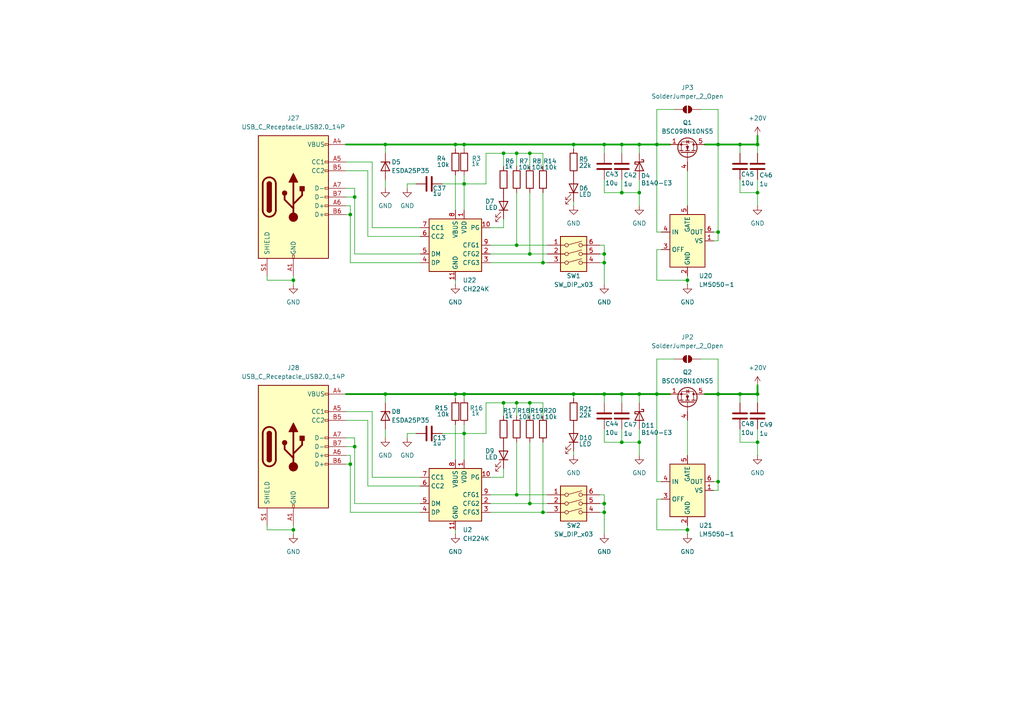
<source format=kicad_sch>
(kicad_sch (version 20250114) (generator "eeschema") (generator_version "9.0")
  (paper "A4")
  (lib_symbols
    (symbol "Connector:USB_C_Receptacle_USB2.0_14P" (pin_names (offset 1.016))
      (property "Reference" "J" (at 0 22.225 0))
      (property "Value" "USB_C_Receptacle_USB2.0_14P" (at 0 19.685 0))
      (symbol "USB_C_Receptacle_USB2.0_14P_0_0"
        (rectangle (start -0.254 -17.78) (end 0.254 -16.764))
        (rectangle (start 10.16 15.494) (end 9.144 14.986))
        (rectangle (start 10.16 10.414) (end 9.144 9.906))
        (rectangle (start 10.16 7.874) (end 9.144 7.366))
        (rectangle (start 10.16 2.794) (end 9.144 2.286))
        (rectangle (start 10.16 0.254) (end 9.144 -0.254))
        (rectangle (start 10.16 -2.286) (end 9.144 -2.794))
        (rectangle (start 10.16 -4.826) (end 9.144 -5.334))
      )
      (symbol "USB_C_Receptacle_USB2.0_14P_0_1"
        (rectangle (start -10.16 17.78) (end 10.16 -17.78) (stroke (width 0.254)) (fill (type background)))
        (polyline (pts (xy -8.89 -3.81) (xy -8.89 3.81)) (stroke (width 0.508)))
        (rectangle (start -7.62 -3.81) (end -6.35 3.81) (stroke (width 0.254)) (fill (type outline)))
        (arc (start -7.62 3.81) (mid -6.985 4.4423) (end -6.35 3.81) (stroke (width 0.254)))
        (arc (start -7.62 3.81) (mid -6.985 4.4423) (end -6.35 3.81) (stroke (width 0.254)) (fill (type outline)))
        (arc (start -8.89 3.81) (mid -6.985 5.7067) (end -5.08 3.81) (stroke (width 0.508)))
        (arc (start -5.08 -3.81) (mid -6.985 -5.7067) (end -8.89 -3.81) (stroke (width 0.508)))
        (arc (start -6.35 -3.81) (mid -6.985 -4.4423) (end -7.62 -3.81) (stroke (width 0.254)))
        (arc (start -6.35 -3.81) (mid -6.985 -4.4423) (end -7.62 -3.81) (stroke (width 0.254)) (fill (type outline)))
        (polyline (pts (xy -5.08 3.81) (xy -5.08 -3.81)) (stroke (width 0.508)))
        (circle (center -2.54 1.143) (radius 0.635) (stroke (width 0.254)) (fill (type outline)))
        (polyline (pts (xy -1.27 4.318) (xy 0 6.858) (xy 1.27 4.318) (xy -1.27 4.318)) (stroke (width 0.254)) (fill (type outline)))
        (polyline (pts (xy 0 -2.032) (xy 2.54 0.508) (xy 2.54 1.778)) (stroke (width 0.508)))
        (polyline (pts (xy 0 -3.302) (xy -2.54 -0.762) (xy -2.54 0.508)) (stroke (width 0.508)))
        (polyline (pts (xy 0 -5.842) (xy 0 4.318)) (stroke (width 0.508)))
        (circle (center 0 -5.842) (radius 1.27) (fill (type outline)))
        (rectangle (start 1.905 1.778) (end 3.175 3.048) (stroke (width 0.254)) (fill (type outline)))
      )
      (symbol "USB_C_Receptacle_USB2.0_14P_1_1"
        (pin passive line (at -7.62 -22.86 90) (length 5.08) (name "SHIELD") (number "S1"))
        (pin passive line (at 0 -22.86 90) (length 5.08) (name "GND") (number "A1"))
        (pin passive line (at 0 -22.86 90) (length 5.08) (hide yes) (name "GND") (number "A12"))
        (pin passive line (at 0 -22.86 90) (length 5.08) (hide yes) (name "GND") (number "B1"))
        (pin passive line (at 0 -22.86 90) (length 5.08) (hide yes) (name "GND") (number "B12"))
        (pin passive line (at 15.24 15.24 180) (length 5.08) (name "VBUS") (number "A4"))
        (pin passive line (at 15.24 15.24 180) (length 5.08) (hide yes) (name "VBUS") (number "A9"))
        (pin passive line (at 15.24 15.24 180) (length 5.08) (hide yes) (name "VBUS") (number "B4"))
        (pin passive line (at 15.24 15.24 180) (length 5.08) (hide yes) (name "VBUS") (number "B9"))
        (pin bidirectional line (at 15.24 10.16 180) (length 5.08) (name "CC1") (number "A5"))
        (pin bidirectional line (at 15.24 7.62 180) (length 5.08) (name "CC2") (number "B5"))
        (pin bidirectional line (at 15.24 2.54 180) (length 5.08) (name "D-") (number "A7"))
        (pin bidirectional line (at 15.24 0 180) (length 5.08) (name "D-") (number "B7"))
        (pin bidirectional line (at 15.24 -2.54 180) (length 5.08) (name "D+") (number "A6"))
        (pin bidirectional line (at 15.24 -5.08 180) (length 5.08) (name "D+") (number "B6"))
      )
    )
    (symbol "Device:C" (pin_numbers (hide yes)) (pin_names (offset 0.254))
      (property "Reference" "C" (at 0.635 2.54 0))
      (property "Value" "C" (at 0.635 -2.54 0))
      (symbol "C_0_1"
        (polyline (pts (xy -2.032 0.762) (xy 2.032 0.762)) (stroke (width 0.508)))
        (polyline (pts (xy -2.032 -0.762) (xy 2.032 -0.762)) (stroke (width 0.508)))
      )
      (symbol "C_1_1"
        (pin passive line (at 0 3.81 270) (length 2.794) (name "~") (number "1"))
        (pin passive line (at 0 -3.81 90) (length 2.794) (name "~") (number "2"))
      )
    )
    (symbol "Device:D_Zener" (pin_numbers (hide yes)) (pin_names (offset 1.016) (hide yes))
      (property "Reference" "D" (at 0 2.54 0))
      (property "Value" "D_Zener" (at 0 -2.54 0))
      (symbol "D_Zener_0_1"
        (polyline (pts (xy -1.27 -1.27) (xy -1.27 1.27) (xy -0.762 1.27)) (stroke (width 0.254)))
        (polyline (pts (xy 1.27 0) (xy -1.27 0)))
        (polyline (pts (xy 1.27 -1.27) (xy 1.27 1.27) (xy -1.27 0) (xy 1.27 -1.27)) (stroke (width 0.254)))
      )
      (symbol "D_Zener_1_1"
        (pin passive line (at -3.81 0 0) (length 2.54) (name "K") (number "1"))
        (pin passive line (at 3.81 0 180) (length 2.54) (name "A") (number "2"))
      )
    )
    (symbol "Device:LED" (pin_numbers (hide yes)) (pin_names (offset 1.016) (hide yes))
      (property "Reference" "D" (at 0 2.54 0))
      (property "Value" "LED" (at 0 -2.54 0))
      (symbol "LED_0_1"
        (polyline (pts (xy -3.048 -0.762) (xy -4.572 -2.286) (xy -3.81 -2.286) (xy -4.572 -2.286) (xy -4.572 -1.524)))
        (polyline (pts (xy -1.778 -0.762) (xy -3.302 -2.286) (xy -2.54 -2.286) (xy -3.302 -2.286) (xy -3.302 -1.524)))
        (polyline (pts (xy -1.27 0) (xy 1.27 0)))
        (polyline (pts (xy -1.27 -1.27) (xy -1.27 1.27)) (stroke (width 0.254)))
        (polyline (pts (xy 1.27 -1.27) (xy 1.27 1.27) (xy -1.27 0) (xy 1.27 -1.27)) (stroke (width 0.254)))
      )
      (symbol "LED_1_1"
        (pin passive line (at -3.81 0 0) (length 2.54) (name "K") (number "1"))
        (pin passive line (at 3.81 0 180) (length 2.54) (name "A") (number "2"))
      )
    )
    (symbol "Device:R" (pin_numbers (hide yes)) (pin_names (offset 0))
      (property "Reference" "R" (at 2.032 0 90))
      (property "Value" "R" (at 0 0 90))
      (symbol "R_0_1"
        (rectangle (start -1.016 -2.54) (end 1.016 2.54) (stroke (width 0.254)))
      )
      (symbol "R_1_1"
        (pin passive line (at 0 3.81 270) (length 1.27) (name "~") (number "1"))
        (pin passive line (at 0 -3.81 90) (length 1.27) (name "~") (number "2"))
      )
    )
    (symbol "Diode:B140-E3" (pin_numbers (hide yes)) (pin_names (hide yes))
      (property "Reference" "D" (at 0 2.54 0))
      (property "Value" "B140-E3" (at 0 -2.54 0))
      (symbol "B140-E3_0_1"
        (polyline (pts (xy -1.905 0.635) (xy -1.905 1.27) (xy -1.27 1.27) (xy -1.27 -1.27) (xy -0.635 -1.27) (xy -0.635 -0.635)) (stroke (width 0.254)))
        (polyline (pts (xy 1.27 1.27) (xy 1.27 -1.27) (xy -1.27 0) (xy 1.27 1.27)) (stroke (width 0.254)))
        (polyline (pts (xy 1.27 0) (xy -1.27 0)))
      )
      (symbol "B140-E3_1_1"
        (pin passive line (at -3.81 0 0) (length 2.54) (name "K") (number "1"))
        (pin passive line (at 3.81 0 180) (length 2.54) (name "A") (number "2"))
      )
    )
    (symbol "Interface_USB:CH224K"
      (property "Reference" "U" (at -7.874 -8.89 0))
      (property "Value" "CH224K" (at 3.048 -8.89 0))
      (symbol "CH224K_1_1"
        (rectangle (start -7.62 7.62) (end 7.62 -7.62) (stroke (width 0.254)) (fill (type background)))
        (pin bidirectional line (at -10.16 5.08 0) (length 2.54) (name "CC1") (number "7"))
        (pin bidirectional line (at -10.16 2.54 0) (length 2.54) (name "CC2") (number "6"))
        (pin bidirectional line (at -10.16 -2.54 0) (length 2.54) (name "DM") (number "5"))
        (pin bidirectional line (at -10.16 -5.08 0) (length 2.54) (name "DP") (number "4"))
        (pin passive line (at 0 10.16 270) (length 2.54) (name "VBUS") (number "8"))
        (pin power_in line (at 0 -10.16 90) (length 2.54) (name "GND") (number "11"))
        (pin power_in line (at 2.54 10.16 270) (length 2.54) (name "VDD") (number "1"))
        (pin open_collector line (at 10.16 5.08 180) (length 2.54) (name "PG") (number "10"))
        (pin passive line (at 10.16 0 180) (length 2.54) (name "CFG1") (number "9"))
        (pin passive line (at 10.16 -2.54 180) (length 2.54) (name "CFG2") (number "2"))
        (pin passive line (at 10.16 -5.08 180) (length 2.54) (name "CFG3") (number "3"))
      )
    )
    (symbol "Jumper:SolderJumper_2_Open" (pin_numbers (hide yes)) (pin_names (offset 0) (hide yes)) (in_bom no)
      (property "Reference" "JP" (at 0 2.032 0))
      (property "Value" "SolderJumper_2_Open" (at 0 -2.54 0))
      (symbol "SolderJumper_2_Open_0_1"
        (polyline (pts (xy -0.254 1.016) (xy -0.254 -1.016)))
        (arc (start -0.254 -1.016) (mid -1.2656 0) (end -0.254 1.016))
        (arc (start -0.254 -1.016) (mid -1.2656 0) (end -0.254 1.016) (fill (type outline)))
        (arc (start 0.254 1.016) (mid 1.2656 0) (end 0.254 -1.016))
        (arc (start 0.254 1.016) (mid 1.2656 0) (end 0.254 -1.016) (fill (type outline)))
        (polyline (pts (xy 0.254 1.016) (xy 0.254 -1.016)))
      )
      (symbol "SolderJumper_2_Open_1_1"
        (pin passive line (at -3.81 0 0) (length 2.54) (name "A") (number "1"))
        (pin passive line (at 3.81 0 180) (length 2.54) (name "B") (number "2"))
      )
    )
    (symbol "Power_Management:LM5050-1"
      (property "Reference" "U" (at -5.08 8.89 0))
      (property "Value" "LM5050-1" (at 1.27 8.89 0))
      (symbol "LM5050-1_0_1"
        (rectangle (start -5.08 7.62) (end 5.08 -7.62) (stroke (width 0.254)) (fill (type background)))
      )
      (symbol "LM5050-1_1_1"
        (pin input line (at -7.62 2.54 0) (length 2.54) (name "IN") (number "4"))
        (pin input line (at -7.62 -2.54 0) (length 2.54) (name "OFF") (number "3"))
        (pin output line (at 0 10.16 270) (length 2.54) (name "GATE") (number "5"))
        (pin power_in line (at 0 -10.16 90) (length 2.54) (name "GND") (number "2"))
        (pin input line (at 7.62 2.54 180) (length 2.54) (name "OUT") (number "6"))
        (pin passive line (at 7.62 0 180) (length 2.54) (name "VS") (number "1"))
      )
    )
    (symbol "Switch:SW_DIP_x03" (pin_names (offset 0) (hide yes))
      (property "Reference" "SW" (at 0 6.35 0))
      (property "Value" "SW_DIP_x03" (at 0 -6.35 0))
      (symbol "SW_DIP_x03_0_0"
        (circle (center -2.032 2.54) (radius 0.508))
        (circle (center -2.032 0) (radius 0.508))
        (circle (center -2.032 -2.54) (radius 0.508))
        (polyline (pts (xy -1.524 2.667) (xy 2.3622 3.7084)))
        (polyline (pts (xy -1.524 0.127) (xy 2.3622 1.1684)))
        (polyline (pts (xy -1.524 -2.413) (xy 2.3622 -1.3716)))
        (circle (center 2.032 2.54) (radius 0.508))
        (circle (center 2.032 0) (radius 0.508))
        (circle (center 2.032 -2.54) (radius 0.508))
      )
      (symbol "SW_DIP_x03_0_1"
        (rectangle (start -3.81 5.08) (end 3.81 -5.08) (stroke (width 0.254)) (fill (type background)))
      )
      (symbol "SW_DIP_x03_1_1"
        (pin passive line (at -7.62 2.54 0) (length 5.08) (name "~") (number "1"))
        (pin passive line (at -7.62 0 0) (length 5.08) (name "~") (number "2"))
        (pin passive line (at -7.62 -2.54 0) (length 5.08) (name "~") (number "3"))
        (pin passive line (at 7.62 2.54 180) (length 5.08) (name "~") (number "6"))
        (pin passive line (at 7.62 0 180) (length 5.08) (name "~") (number "5"))
        (pin passive line (at 7.62 -2.54 180) (length 5.08) (name "~") (number "4"))
      )
    )
    (symbol "Transistor_FET:BSC098N10NS5" (pin_names (hide yes))
      (property "Reference" "Q" (at 5.08 1.905 0))
      (property "Value" "BSC098N10NS5" (at 5.08 0 0))
      (symbol "BSC098N10NS5_0_1"
        (polyline (pts (xy 0.254 1.905) (xy 0.254 -1.905)) (stroke (width 0.254)))
        (polyline (pts (xy 0.254 0) (xy -2.54 0)))
        (polyline (pts (xy 0.762 2.286) (xy 0.762 1.27)) (stroke (width 0.254)))
        (polyline (pts (xy 0.762 0.508) (xy 0.762 -0.508)) (stroke (width 0.254)))
        (polyline (pts (xy 0.762 -1.27) (xy 0.762 -2.286)) (stroke (width 0.254)))
        (polyline (pts (xy 0.762 -1.778) (xy 3.302 -1.778) (xy 3.302 1.778) (xy 0.762 1.778)))
        (polyline (pts (xy 1.016 0) (xy 2.032 0.381) (xy 2.032 -0.381) (xy 1.016 0)) (fill (type outline)))
        (circle (center 1.651 0) (radius 2.794) (stroke (width 0.254)))
        (polyline (pts (xy 2.54 2.54) (xy 2.54 1.778)))
        (circle (center 2.54 1.778) (radius 0.254) (fill (type outline)))
        (circle (center 2.54 -1.778) (radius 0.254) (fill (type outline)))
        (polyline (pts (xy 2.54 -2.54) (xy 2.54 0) (xy 0.762 0)))
        (polyline (pts (xy 2.794 0.508) (xy 2.921 0.381) (xy 3.683 0.381) (xy 3.81 0.254)))
        (polyline (pts (xy 3.302 0.381) (xy 2.921 -0.254) (xy 3.683 -0.254) (xy 3.302 0.381)))
      )
      (symbol "BSC098N10NS5_1_1"
        (pin passive line (at -5.08 0 0) (length 2.54) (name "G") (number "4"))
        (pin passive line (at 2.54 5.08 270) (length 2.54) (name "D") (number "5"))
        (pin passive line (at 2.54 -5.08 90) (length 2.54) (name "S") (number "1"))
        (pin passive line (at 2.54 -5.08 90) (length 2.54) (hide yes) (name "S") (number "2"))
        (pin passive line (at 2.54 -5.08 90) (length 2.54) (hide yes) (name "S") (number "3"))
      )
    )
    (symbol "power:+5V" (power) (pin_numbers (hide yes)) (pin_names (offset 0) (hide yes))
      (property "Value" "+5V" (at 0 3.556 0))
      (symbol "+5V_0_1"
        (polyline (pts (xy -0.762 1.27) (xy 0 2.54)))
        (polyline (pts (xy 0 2.54) (xy 0.762 1.27)))
        (polyline (pts (xy 0 0) (xy 0 2.54)))
      )
      (symbol "+5V_1_1"
        (pin power_in line (at 0 0 90) (length 0) (name "~") (number "1"))
      )
    )
    (symbol "power:GND" (power) (pin_numbers (hide yes)) (pin_names (offset 0) (hide yes))
      (property "Value" "GND" (at 0 -3.81 0))
      (symbol "GND_0_1"
        (polyline (pts (xy 0 0) (xy 0 -1.27) (xy 1.27 -1.27) (xy 0 -2.54) (xy -1.27 -1.27) (xy 0 -1.27)))
      )
      (symbol "GND_1_1"
        (pin power_in line (at 0 0 270) (length 0) (name "~") (number "1"))
      )
    )
  )
  (junction (at 166.37 41.91))
  (junction (at 153.67 116.84))
  (junction (at 208.28 41.91))
  (junction (at 149.86 44.45))
  (junction (at 180.34 55.88))
  (junction (at 180.34 114.3))
  (junction (at 180.34 41.91))
  (junction (at 199.39 153.67))
  (junction (at 132.08 41.91))
  (junction (at 85.09 153.67))
  (junction (at 175.26 73.66))
  (junction (at 149.86 116.84))
  (junction (at 190.5 114.3))
  (junction (at 185.42 41.91))
  (junction (at 199.39 81.28))
  (junction (at 134.62 114.3))
  (junction (at 102.87 57.15))
  (junction (at 153.67 146.05))
  (junction (at 149.86 143.51))
  (junction (at 175.26 76.2))
  (junction (at 134.62 125.73))
  (junction (at 166.37 114.3))
  (junction (at 149.86 71.12))
  (junction (at 146.05 44.45))
  (junction (at 153.67 73.66))
  (junction (at 208.28 114.3))
  (junction (at 111.76 114.3))
  (junction (at 219.71 55.88))
  (junction (at 185.42 55.88))
  (junction (at 185.42 114.3))
  (junction (at 134.62 41.91))
  (junction (at 208.28 67.31))
  (junction (at 219.71 41.91))
  (junction (at 85.09 81.28))
  (junction (at 208.28 139.7))
  (junction (at 157.48 148.59))
  (junction (at 102.87 129.54))
  (junction (at 185.42 128.27))
  (junction (at 219.71 128.27))
  (junction (at 134.62 53.34))
  (junction (at 175.26 146.05))
  (junction (at 153.67 44.45))
  (junction (at 190.5 41.91))
  (junction (at 101.6 134.62))
  (junction (at 157.48 76.2))
  (junction (at 180.34 128.27))
  (junction (at 219.71 114.3))
  (junction (at 146.05 116.84))
  (junction (at 111.76 41.91))
  (junction (at 175.26 114.3))
  (junction (at 175.26 41.91))
  (junction (at 214.63 114.3))
  (junction (at 214.63 41.91))
  (junction (at 132.08 114.3))
  (junction (at 175.26 148.59))
  (junction (at 101.6 62.23))
  (wire (pts (xy 149.86 128.27) (xy 149.86 143.51)))
  (wire (pts (xy 111.76 114.3) (xy 132.08 114.3)) (stroke (width 0.508)))
  (wire (pts (xy 100.33 59.69) (xy 101.6 59.69)))
  (wire (pts (xy 102.87 57.15) (xy 102.87 73.66)))
  (wire (pts (xy 132.08 114.3) (xy 134.62 114.3)) (stroke (width 0.508)))
  (wire (pts (xy 166.37 41.91) (xy 175.26 41.91)))
  (wire (pts (xy 153.67 73.66) (xy 158.75 73.66)))
  (wire (pts (xy 214.63 114.3) (xy 214.63 116.84)))
  (wire (pts (xy 190.5 67.31) (xy 191.77 67.31)))
  (wire (pts (xy 106.68 121.92) (xy 100.33 121.92)))
  (wire (pts (xy 107.95 46.99) (xy 100.33 46.99)))
  (wire (pts (xy 219.71 128.27) (xy 219.71 132.08)))
  (wire (pts (xy 180.34 114.3) (xy 185.42 114.3)) (stroke (width 0.508)))
  (wire (pts (xy 111.76 52.07) (xy 111.76 54.61)))
  (wire (pts (xy 190.5 41.91) (xy 194.31 41.91)) (stroke (width 0.508)))
  (wire (pts (xy 173.99 73.66) (xy 175.26 73.66)))
  (wire (pts (xy 102.87 127) (xy 102.87 129.54)))
  (wire (pts (xy 102.87 54.61) (xy 102.87 57.15)))
  (wire (pts (xy 121.92 76.2) (xy 101.6 76.2)))
  (wire (pts (xy 166.37 58.42) (xy 166.37 59.69)))
  (wire (pts (xy 190.5 72.39) (xy 190.5 81.28)))
  (wire (pts (xy 175.26 114.3) (xy 180.34 114.3)) (stroke (width 0.508)))
  (wire (pts (xy 77.47 152.4) (xy 77.47 153.67)))
  (wire (pts (xy 166.37 41.91) (xy 166.37 43.18)))
  (wire (pts (xy 175.26 76.2) (xy 175.26 82.55)))
  (wire (pts (xy 107.95 119.38) (xy 100.33 119.38)))
  (wire (pts (xy 102.87 146.05) (xy 121.92 146.05)))
  (wire (pts (xy 132.08 41.91) (xy 134.62 41.91)) (stroke (width 0.508)))
  (wire (pts (xy 180.34 128.27) (xy 185.42 128.27)))
  (wire (pts (xy 173.99 143.51) (xy 175.26 143.51)))
  (wire (pts (xy 132.08 81.28) (xy 132.08 82.55)))
  (wire (pts (xy 140.97 53.34) (xy 134.62 53.34)))
  (wire (pts (xy 106.68 68.58) (xy 106.68 49.53)))
  (wire (pts (xy 134.62 125.73) (xy 134.62 133.35)))
  (wire (pts (xy 173.99 76.2) (xy 175.26 76.2)))
  (wire (pts (xy 77.47 153.67) (xy 85.09 153.67)))
  (wire (pts (xy 208.28 41.91) (xy 208.28 67.31)))
  (wire (pts (xy 219.71 41.91) (xy 214.63 41.91)) (stroke (width 0.508)))
  (wire (pts (xy 134.62 41.91) (xy 134.62 43.18)))
  (wire (pts (xy 185.42 41.91) (xy 190.5 41.91)) (stroke (width 0.508)))
  (wire (pts (xy 128.27 53.34) (xy 134.62 53.34)))
  (wire (pts (xy 166.37 114.3) (xy 175.26 114.3)))
  (wire (pts (xy 140.97 44.45) (xy 146.05 44.45)))
  (wire (pts (xy 190.5 81.28) (xy 199.39 81.28)))
  (wire (pts (xy 101.6 148.59) (xy 101.6 134.62)))
  (wire (pts (xy 175.26 114.3) (xy 175.26 116.84)))
  (wire (pts (xy 101.6 132.08) (xy 101.6 134.62)))
  (wire (pts (xy 157.48 128.27) (xy 157.48 148.59)))
  (wire (pts (xy 85.09 153.67) (xy 85.09 152.4)))
  (wire (pts (xy 100.33 127) (xy 102.87 127)))
  (wire (pts (xy 208.28 142.24) (xy 208.28 139.7)))
  (wire (pts (xy 180.34 114.3) (xy 180.34 116.84)))
  (wire (pts (xy 207.01 69.85) (xy 208.28 69.85)))
  (wire (pts (xy 146.05 138.43) (xy 142.24 138.43)))
  (wire (pts (xy 106.68 49.53) (xy 100.33 49.53)))
  (wire (pts (xy 132.08 114.3) (xy 132.08 115.57)))
  (wire (pts (xy 173.99 146.05) (xy 175.26 146.05)))
  (wire (pts (xy 140.97 44.45) (xy 140.97 53.34)))
  (wire (pts (xy 111.76 124.46) (xy 111.76 127)))
  (wire (pts (xy 107.95 66.04) (xy 107.95 46.99)))
  (wire (pts (xy 134.62 123.19) (xy 134.62 125.73)))
  (wire (pts (xy 199.39 153.67) (xy 199.39 154.94)))
  (wire (pts (xy 185.42 41.91) (xy 185.42 44.45)))
  (wire (pts (xy 191.77 72.39) (xy 190.5 72.39)))
  (wire (pts (xy 146.05 66.04) (xy 142.24 66.04)))
  (wire (pts (xy 180.34 52.07) (xy 180.34 55.88)))
  (wire (pts (xy 166.37 130.81) (xy 166.37 132.08)))
  (wire (pts (xy 219.71 39.37) (xy 219.71 41.91)) (stroke (width 0.508)))
  (wire (pts (xy 100.33 129.54) (xy 102.87 129.54)))
  (wire (pts (xy 190.5 153.67) (xy 199.39 153.67)))
  (wire (pts (xy 111.76 114.3) (xy 111.76 116.84)))
  (wire (pts (xy 128.27 125.73) (xy 134.62 125.73)))
  (wire (pts (xy 173.99 71.12) (xy 175.26 71.12)))
  (wire (pts (xy 149.86 116.84) (xy 153.67 116.84)))
  (wire (pts (xy 175.26 41.91) (xy 180.34 41.91)) (stroke (width 0.508)))
  (wire (pts (xy 132.08 41.91) (xy 132.08 43.18)))
  (wire (pts (xy 102.87 129.54) (xy 102.87 146.05)))
  (wire (pts (xy 175.26 114.3) (xy 180.34 114.3)))
  (wire (pts (xy 153.67 120.65) (xy 153.67 116.84)))
  (wire (pts (xy 157.48 44.45) (xy 153.67 44.45)))
  (wire (pts (xy 195.58 31.75) (xy 190.5 31.75)))
  (wire (pts (xy 190.5 31.75) (xy 190.5 41.91)))
  (wire (pts (xy 214.63 41.91) (xy 208.28 41.91)) (stroke (width 0.508)))
  (wire (pts (xy 180.34 124.46) (xy 180.34 128.27)))
  (wire (pts (xy 146.05 135.89) (xy 146.05 138.43)))
  (wire (pts (xy 214.63 52.07) (xy 214.63 55.88)))
  (wire (pts (xy 134.62 41.91) (xy 166.37 41.91)) (stroke (width 0.508)))
  (wire (pts (xy 175.26 148.59) (xy 175.26 154.94)))
  (wire (pts (xy 100.33 57.15) (xy 102.87 57.15)))
  (wire (pts (xy 142.24 143.51) (xy 149.86 143.51)))
  (wire (pts (xy 190.5 114.3) (xy 190.5 139.7)))
  (wire (pts (xy 142.24 146.05) (xy 153.67 146.05)))
  (wire (pts (xy 199.39 152.4) (xy 199.39 153.67)))
  (wire (pts (xy 132.08 123.19) (xy 132.08 133.35)))
  (wire (pts (xy 142.24 73.66) (xy 153.67 73.66)))
  (wire (pts (xy 77.47 80.01) (xy 77.47 81.28)))
  (wire (pts (xy 175.26 52.07) (xy 175.26 55.88)))
  (wire (pts (xy 214.63 124.46) (xy 214.63 128.27)))
  (wire (pts (xy 175.26 41.91) (xy 175.26 44.45)))
  (wire (pts (xy 149.86 120.65) (xy 149.86 116.84)))
  (wire (pts (xy 142.24 71.12) (xy 149.86 71.12)))
  (wire (pts (xy 185.42 128.27) (xy 185.42 132.08)))
  (wire (pts (xy 153.67 48.26) (xy 153.67 44.45)))
  (wire (pts (xy 77.47 81.28) (xy 85.09 81.28)))
  (wire (pts (xy 185.42 114.3) (xy 185.42 116.84)))
  (wire (pts (xy 203.2 104.14) (xy 208.28 104.14)))
  (wire (pts (xy 121.92 148.59) (xy 101.6 148.59)))
  (wire (pts (xy 190.5 139.7) (xy 191.77 139.7)))
  (wire (pts (xy 180.34 41.91) (xy 180.34 44.45)))
  (wire (pts (xy 190.5 41.91) (xy 190.5 67.31)))
  (wire (pts (xy 175.26 41.91) (xy 180.34 41.91)))
  (wire (pts (xy 199.39 49.53) (xy 199.39 59.69)))
  (wire (pts (xy 208.28 31.75) (xy 208.28 41.91)))
  (wire (pts (xy 175.26 128.27) (xy 180.34 128.27)))
  (wire (pts (xy 101.6 62.23) (xy 100.33 62.23)))
  (wire (pts (xy 157.48 116.84) (xy 153.67 116.84)))
  (wire (pts (xy 175.26 73.66) (xy 175.26 76.2)))
  (wire (pts (xy 173.99 148.59) (xy 175.26 148.59)))
  (wire (pts (xy 175.26 124.46) (xy 175.26 128.27)))
  (wire (pts (xy 204.47 114.3) (xy 208.28 114.3)) (stroke (width 0.508)))
  (wire (pts (xy 157.48 76.2) (xy 158.75 76.2)))
  (wire (pts (xy 101.6 134.62) (xy 100.33 134.62)))
  (wire (pts (xy 118.11 125.73) (xy 118.11 127)))
  (wire (pts (xy 219.71 55.88) (xy 219.71 59.69)))
  (wire (pts (xy 207.01 142.24) (xy 208.28 142.24)))
  (wire (pts (xy 219.71 124.46) (xy 219.71 128.27)))
  (wire (pts (xy 85.09 153.67) (xy 85.09 154.94)))
  (wire (pts (xy 121.92 138.43) (xy 107.95 138.43)))
  (wire (pts (xy 118.11 53.34) (xy 118.11 54.61)))
  (wire (pts (xy 134.62 114.3) (xy 134.62 115.57)))
  (wire (pts (xy 157.48 48.26) (xy 157.48 44.45)))
  (wire (pts (xy 121.92 68.58) (xy 106.68 68.58)))
  (wire (pts (xy 190.5 104.14) (xy 190.5 114.3)))
  (wire (pts (xy 219.71 52.07) (xy 219.71 55.88)))
  (wire (pts (xy 134.62 50.8) (xy 134.62 53.34)))
  (wire (pts (xy 100.33 41.91) (xy 111.76 41.91)) (stroke (width 0.508)))
  (wire (pts (xy 199.39 80.01) (xy 199.39 81.28)))
  (wire (pts (xy 146.05 44.45) (xy 146.05 48.26)))
  (wire (pts (xy 149.86 55.88) (xy 149.86 71.12)))
  (wire (pts (xy 175.26 55.88) (xy 180.34 55.88)))
  (wire (pts (xy 140.97 116.84) (xy 146.05 116.84)))
  (wire (pts (xy 199.39 121.92) (xy 199.39 132.08)))
  (wire (pts (xy 140.97 125.73) (xy 134.62 125.73)))
  (wire (pts (xy 214.63 55.88) (xy 219.71 55.88)))
  (wire (pts (xy 121.92 140.97) (xy 106.68 140.97)))
  (wire (pts (xy 134.62 114.3) (xy 166.37 114.3)) (stroke (width 0.508)))
  (wire (pts (xy 140.97 116.84) (xy 140.97 125.73)))
  (wire (pts (xy 208.28 139.7) (xy 207.01 139.7)))
  (wire (pts (xy 121.92 66.04) (xy 107.95 66.04)))
  (wire (pts (xy 203.2 31.75) (xy 208.28 31.75)))
  (wire (pts (xy 146.05 116.84) (xy 146.05 120.65)))
  (wire (pts (xy 149.86 143.51) (xy 158.75 143.51)))
  (wire (pts (xy 85.09 81.28) (xy 85.09 80.01)))
  (wire (pts (xy 185.42 124.46) (xy 185.42 128.27)))
  (wire (pts (xy 214.63 128.27) (xy 219.71 128.27)))
  (wire (pts (xy 102.87 73.66) (xy 121.92 73.66)))
  (wire (pts (xy 106.68 140.97) (xy 106.68 121.92)))
  (wire (pts (xy 175.26 143.51) (xy 175.26 146.05)))
  (wire (pts (xy 101.6 59.69) (xy 101.6 62.23)))
  (wire (pts (xy 101.6 76.2) (xy 101.6 62.23)))
  (wire (pts (xy 100.33 54.61) (xy 102.87 54.61)))
  (wire (pts (xy 190.5 144.78) (xy 190.5 153.67)))
  (wire (pts (xy 85.09 81.28) (xy 85.09 82.55)))
  (wire (pts (xy 219.71 116.84) (xy 219.71 114.3)))
  (wire (pts (xy 204.47 41.91) (xy 208.28 41.91)) (stroke (width 0.508)))
  (wire (pts (xy 100.33 132.08) (xy 101.6 132.08)))
  (wire (pts (xy 157.48 55.88) (xy 157.48 76.2)))
  (wire (pts (xy 153.67 146.05) (xy 158.75 146.05)))
  (wire (pts (xy 219.71 44.45) (xy 219.71 41.91)))
  (wire (pts (xy 166.37 41.91) (xy 175.26 41.91)) (stroke (width 0.508)))
  (wire (pts (xy 175.26 146.05) (xy 175.26 148.59)))
  (wire (pts (xy 120.65 53.34) (xy 118.11 53.34)))
  (wire (pts (xy 157.48 148.59) (xy 158.75 148.59)))
  (wire (pts (xy 132.08 50.8) (xy 132.08 60.96)))
  (wire (pts (xy 195.58 104.14) (xy 190.5 104.14)))
  (wire (pts (xy 219.71 114.3) (xy 214.63 114.3)) (stroke (width 0.508)))
  (wire (pts (xy 149.86 44.45) (xy 153.67 44.45)))
  (wire (pts (xy 157.48 120.65) (xy 157.48 116.84)))
  (wire (pts (xy 142.24 148.59) (xy 157.48 148.59)))
  (wire (pts (xy 153.67 128.27) (xy 153.67 146.05)))
  (wire (pts (xy 208.28 69.85) (xy 208.28 67.31)))
  (wire (pts (xy 214.63 114.3) (xy 208.28 114.3)) (stroke (width 0.508)))
  (wire (pts (xy 190.5 114.3) (xy 194.31 114.3)) (stroke (width 0.508)))
  (wire (pts (xy 180.34 41.91) (xy 185.42 41.91)) (stroke (width 0.508)))
  (wire (pts (xy 208.28 114.3) (xy 208.28 139.7)))
  (wire (pts (xy 208.28 104.14) (xy 208.28 114.3)))
  (wire (pts (xy 100.33 114.3) (xy 111.76 114.3)) (stroke (width 0.508)))
  (wire (pts (xy 175.26 71.12) (xy 175.26 73.66)))
  (wire (pts (xy 134.62 53.34) (xy 134.62 60.96)))
  (wire (pts (xy 166.37 114.3) (xy 166.37 115.57)))
  (wire (pts (xy 185.42 114.3) (xy 190.5 114.3)) (stroke (width 0.508)))
  (wire (pts (xy 185.42 52.07) (xy 185.42 55.88)))
  (wire (pts (xy 111.76 41.91) (xy 111.76 44.45)))
  (wire (pts (xy 149.86 48.26) (xy 149.86 44.45)))
  (wire (pts (xy 142.24 76.2) (xy 157.48 76.2)))
  (wire (pts (xy 132.08 153.67) (xy 132.08 154.94)))
  (wire (pts (xy 180.34 41.91) (xy 185.42 41.91)))
  (wire (pts (xy 146.05 63.5) (xy 146.05 66.04)))
  (wire (pts (xy 180.34 114.3) (xy 185.42 114.3)))
  (wire (pts (xy 208.28 67.31) (xy 207.01 67.31)))
  (wire (pts (xy 120.65 125.73) (xy 118.11 125.73)))
  (wire (pts (xy 111.76 41.91) (xy 132.08 41.91)) (stroke (width 0.508)))
  (wire (pts (xy 191.77 144.78) (xy 190.5 144.78)))
  (wire (pts (xy 146.05 44.45) (xy 149.86 44.45)))
  (wire (pts (xy 185.42 55.88) (xy 185.42 59.69)))
  (wire (pts (xy 166.37 114.3) (xy 175.26 114.3)) (stroke (width 0.508)))
  (wire (pts (xy 180.34 55.88) (xy 185.42 55.88)))
  (wire (pts (xy 214.63 41.91) (xy 214.63 44.45)))
  (wire (pts (xy 107.95 138.43) (xy 107.95 119.38)))
  (wire (pts (xy 199.39 81.28) (xy 199.39 82.55)))
  (wire (pts (xy 219.71 111.76) (xy 219.71 114.3)) (stroke (width 0.508)))
  (wire (pts (xy 153.67 55.88) (xy 153.67 73.66)))
  (wire (pts (xy 149.86 71.12) (xy 158.75 71.12)))
  (wire (pts (xy 146.05 116.84) (xy 149.86 116.84)))
  (symbol (lib_id "power:GND") (at 85.09 82.55 0) (unit 1)
    (property "Reference" "#PWR034" (effects (hide yes)))
    (property "Value" "GND" (at 85.09 87.63 0))
    (property "Description" "Power symbol creates a global label with name \"GND\" , ground" (effects (hide yes)))
  )
  (symbol (lib_id "power:GND") (at 199.39 154.94 0) (unit 1)
    (property "Reference" "#PWR091" (effects (hide yes)))
    (property "Value" "GND" (at 199.39 160.02 0))
    (property "Description" "Power symbol creates a global label with name \"GND\" , ground" (effects (hide yes)))
  )
  (symbol (lib_id "Connector:USB_C_Receptacle_USB2.0_14P") (at 85.09 129.54 0) (unit 1)
    (property "Reference" "J28" (at 85.09 106.68 0))
    (property "Value" "USB_C_Receptacle_USB2.0_14P" (at 85.09 109.22 0))
    (property "Datasheet" "https://www.usb.org/sites/default/files/documents/usb_type-c.zip" (effects (hide yes)))
    (property "Description" "USB 2.0-only 14P Type-C Receptacle connector" (effects (hide yes)))
  )
  (symbol (lib_id "power:GND") (at 111.76 127 0) (mirror y) (unit 1)
    (property "Reference" "#PWR075" (effects (hide yes)))
    (property "Value" "GND" (at 111.76 132.08 0))
    (property "Description" "Power symbol creates a global label with name \"GND\" , ground" (effects (hide yes)))
  )
  (symbol (lib_id "Jumper:SolderJumper_2_Open") (at 199.39 31.75 0) (unit 1) (in_bom no)
    (property "Reference" "JP3" (at 199.39 25.4 0))
    (property "Value" "SolderJumper_2_Open" (at 199.39 27.94 0))
    (property "Description" "Solder Jumper, 2-pole, open" (effects (hide yes)))
  )
  (symbol (lib_id "Interface_USB:CH224K") (at 132.08 143.51 0) (unit 1)
    (property "Reference" "U2" (at 134.2233 153.67 0) (effects (justify left)))
    (property "Value" "CH224K" (at 134.2233 156.21 0) (effects (justify left)))
    (property "Footprint" "Package_SO:SSOP-10-1EP_3.9x4.9mm_P1mm_EP2.1x3.3mm" (effects (hide yes)))
    (property "Datasheet" "https://www.wch.cn/downloads/file/301.html" (effects (hide yes)))
    (property "Description" "100W USB Type-C PD3.0/2.0, BC1.2 Sink Controller, SSOP-10" (effects (hide yes)))
  )
  (symbol (lib_id "Device:R") (at 134.62 119.38 0) (unit 1)
    (property "Reference" "R16" (at 138.176 118.364 0))
    (property "Value" "1k" (at 137.922 119.888 0))
    (property "Description" "Resistor" (effects (hide yes)))
  )
  (symbol (lib_id "Device:R") (at 132.08 46.99 0) (unit 1)
    (property "Reference" "R4" (at 128.016 45.974 0))
    (property "Value" "10k" (at 128.524 47.752 0))
    (property "Description" "Resistor" (effects (hide yes)))
  )
  (symbol (lib_id "Device:C") (at 180.34 120.65 0) (mirror y) (unit 1)
    (property "Reference" "C47" (at 180.848 123.19 0) (effects (justify right)))
    (property "Value" "1u" (at 180.848 125.73 0) (effects (justify right)))
    (property "Description" "Unpolarized capacitor" (effects (hide yes)))
  )
  (symbol (lib_id "power:GND") (at 166.37 132.08 0) (unit 1)
    (property "Reference" "#PWR088" (effects (hide yes)))
    (property "Value" "GND" (at 166.37 137.16 0))
    (property "Description" "Power symbol creates a global label with name \"GND\" , ground" (effects (hide yes)))
  )
  (symbol (lib_id "Device:R") (at 166.37 119.38 0) (mirror y) (unit 1)
    (property "Reference" "R21" (at 167.894 118.618 0) (effects (justify right)))
    (property "Value" "22k" (at 167.894 120.3961 0) (effects (justify right)))
    (property "Description" "Resistor" (effects (hide yes)))
  )
  (symbol (lib_id "Interface_USB:CH224K") (at 132.08 71.12 0) (unit 1)
    (property "Reference" "U22" (at 134.2233 81.28 0) (effects (justify left)))
    (property "Value" "CH224K" (at 134.2233 83.82 0) (effects (justify left)))
    (property "Footprint" "Package_SO:SSOP-10-1EP_3.9x4.9mm_P1mm_EP2.1x3.3mm" (effects (hide yes)))
    (property "Datasheet" "https://www.wch.cn/downloads/file/301.html" (effects (hide yes)))
    (property "Description" "100W USB Type-C PD3.0/2.0, BC1.2 Sink Controller, SSOP-10" (effects (hide yes)))
  )
  (symbol (lib_id "Transistor_FET:BSC098N10NS5") (at 199.39 44.45 270) (mirror x) (unit 1)
    (property "Reference" "Q1" (at 199.39 35.56 90))
    (property "Value" "BSC098N10NS5" (at 199.39 38.1 90))
    (property "Footprint" "Package_TO_SOT_SMD:TDSON-8-1" (effects (hide yes)))
    (property "Datasheet" "http://www.infineon.com/dgdl/Infineon-BSC098N10NS5-DS-v02_00-EN.pdf?fileId=5546d4624ad04ef9014ae95ab4221bfd" (effects (hide yes)))
    (property "Description" "60A Id, 100V Vds, OptiMOS N-Channel Power MOSFET, 9.8mOhm Ron, Qg (typ) 22.0nC, PG-TDSON-8" (effects (hide yes)))
  )
  (symbol (lib_id "Device:LED") (at 146.05 59.69 270) (mirror x) (unit 1)
    (property "Reference" "D7" (at 140.716 58.42 90) (effects (justify left)))
    (property "Value" "LED" (at 140.716 60.198 90) (effects (justify left)))
    (property "Description" "Light emitting diode" (effects (hide yes)))
    (property "Sim.Pins" "1=K 2=A" (effects (hide yes)))
  )
  (symbol (lib_id "Device:R") (at 149.86 52.07 180) (unit 1)
    (property "Reference" "R7" (at 151.892 46.736 0))
    (property "Value" "10k" (at 152.146 48.514 0))
    (property "Description" "Resistor" (effects (hide yes)))
  )
  (symbol (lib_id "power:+5V") (at 219.71 111.76 0) (unit 1)
    (property "Reference" "#PWR092" (effects (hide yes)))
    (property "Value" "+20V" (at 219.71 106.68 0))
    (property "Description" "Power symbol creates a global label with name \"+5V\"" (effects (hide yes)))
  )
  (symbol (lib_id "Device:R") (at 166.37 46.99 0) (mirror y) (unit 1)
    (property "Reference" "R5" (at 167.894 46.228 0) (effects (justify right)))
    (property "Value" "22k" (at 167.894 48.0061 0) (effects (justify right)))
    (property "Description" "Resistor" (effects (hide yes)))
  )
  (symbol (lib_id "power:GND") (at 199.39 82.55 0) (unit 1)
    (property "Reference" "#PWR084" (effects (hide yes)))
    (property "Value" "GND" (at 199.39 87.63 0))
    (property "Description" "Power symbol creates a global label with name \"GND\" , ground" (effects (hide yes)))
  )
  (symbol (lib_id "power:GND") (at 185.42 59.69 0) (unit 1)
    (property "Reference" "#PWR063" (effects (hide yes)))
    (property "Value" "GND" (at 185.42 64.77 0))
    (property "Description" "Power symbol creates a global label with name \"GND\" , ground" (effects (hide yes)))
  )
  (symbol (lib_id "Device:C") (at 214.63 120.65 0) (mirror y) (unit 1)
    (property "Reference" "C48" (at 214.884 122.936 0) (effects (justify right)))
    (property "Value" "10u" (at 214.884 125.476 0) (effects (justify right)))
    (property "Description" "Unpolarized capacitor" (effects (hide yes)))
  )
  (symbol (lib_id "power:GND") (at 175.26 154.94 0) (unit 1)
    (property "Reference" "#PWR089" (effects (hide yes)))
    (property "Value" "GND" (at 175.26 160.02 0))
    (property "Description" "Power symbol creates a global label with name \"GND\" , ground" (effects (hide yes)))
  )
  (symbol (lib_id "Device:C") (at 124.46 125.73 270) (unit 1)
    (property "Reference" "C13" (at 125.476 127 90) (effects (justify left)))
    (property "Value" "1u" (at 125.476 128.5239 90) (effects (justify left)))
    (property "Description" "Unpolarized capacitor" (effects (hide yes)))
  )
  (symbol (lib_id "power:GND") (at 175.26 82.55 0) (unit 1)
    (property "Reference" "#PWR032" (effects (hide yes)))
    (property "Value" "GND" (at 175.26 87.63 0))
    (property "Description" "Power symbol creates a global label with name \"GND\" , ground" (effects (hide yes)))
  )
  (symbol (lib_id "Device:R") (at 146.05 124.46 0) (unit 1)
    (property "Reference" "R17" (at 147.828 119.126 0))
    (property "Value" "1k" (at 147.574 120.65 0))
    (property "Description" "Resistor" (effects (hide yes)))
  )
  (symbol (lib_id "Power_Management:LM5050-1") (at 199.39 142.24 0) (unit 1)
    (property "Reference" "U21" (at 202.692 152.4 0) (effects (justify left)))
    (property "Value" "LM5050-1" (at 202.692 154.94 0) (effects (justify left)))
    (property "Footprint" "Package_TO_SOT_SMD:TSOT-23-6" (effects (hide yes)))
    (property "Datasheet" "http://www.ti.com/lit/ds/symlink/lm5050-1-q1.pdf" (effects (hide yes)))
    (property "Description" "High side OR-ing FET controller, 5V to 75V operation, TSOT-23-6" (effects (hide yes)))
  )
  (symbol (lib_id "Device:R") (at 146.05 52.07 0) (unit 1)
    (property "Reference" "R6" (at 147.828 46.736 0))
    (property "Value" "1k" (at 147.574 48.26 0))
    (property "Description" "Resistor" (effects (hide yes)))
  )
  (symbol (lib_id "Device:LED") (at 146.05 132.08 270) (mirror x) (unit 1)
    (property "Reference" "D9" (at 140.716 130.81 90) (effects (justify left)))
    (property "Value" "LED" (at 140.716 132.588 90) (effects (justify left)))
    (property "Description" "Light emitting diode" (effects (hide yes)))
    (property "Sim.Pins" "1=K 2=A" (effects (hide yes)))
  )
  (symbol (lib_id "Connector:USB_C_Receptacle_USB2.0_14P") (at 85.09 57.15 0) (unit 1)
    (property "Reference" "J27" (at 85.09 34.29 0))
    (property "Value" "USB_C_Receptacle_USB2.0_14P" (at 85.09 36.83 0))
    (property "Datasheet" "https://www.usb.org/sites/default/files/documents/usb_type-c.zip" (effects (hide yes)))
    (property "Description" "USB 2.0-only 14P Type-C Receptacle connector" (effects (hide yes)))
  )
  (symbol (lib_id "Device:C") (at 219.71 48.26 0) (mirror y) (unit 1)
    (property "Reference" "C46" (at 220.218 50.8 0) (effects (justify right)))
    (property "Value" "1u" (at 220.218 53.34 0) (effects (justify right)))
    (property "Description" "Unpolarized capacitor" (effects (hide yes)))
  )
  (symbol (lib_id "Device:LED") (at 166.37 54.61 270) (mirror x) (unit 1)
    (property "Reference" "D6" (at 167.894 54.61 90) (effects (justify left)))
    (property "Value" "LED" (at 167.894 56.388 90) (effects (justify left)))
    (property "Description" "Light emitting diode" (effects (hide yes)))
    (property "Sim.Pins" "1=K 2=A" (effects (hide yes)))
  )
  (symbol (lib_id "Device:R") (at 149.86 124.46 180) (unit 1)
    (property "Reference" "R18" (at 151.892 119.126 0))
    (property "Value" "10k" (at 152.146 120.904 0))
    (property "Description" "Resistor" (effects (hide yes)))
  )
  (symbol (lib_id "Device:R") (at 153.67 52.07 180) (unit 1)
    (property "Reference" "R8" (at 155.702 46.736 0))
    (property "Value" "10k" (at 155.956 48.514 0))
    (property "Description" "Resistor" (effects (hide yes)))
  )
  (symbol (lib_id "Device:C") (at 175.26 120.65 0) (mirror y) (unit 1)
    (property "Reference" "C44" (at 175.514 122.936 0) (effects (justify right)))
    (property "Value" "10u" (at 175.514 125.476 0) (effects (justify right)))
    (property "Description" "Unpolarized capacitor" (effects (hide yes)))
  )
  (symbol (lib_id "Device:R") (at 157.48 52.07 180) (unit 1)
    (property "Reference" "R14" (at 159.512 46.736 0))
    (property "Value" "10k" (at 159.766 48.514 0))
    (property "Description" "Resistor" (effects (hide yes)))
  )
  (symbol (lib_id "power:GND") (at 166.37 59.69 0) (unit 1)
    (property "Reference" "#PWR030" (effects (hide yes)))
    (property "Value" "GND" (at 166.37 64.77 0))
    (property "Description" "Power symbol creates a global label with name \"GND\" , ground" (effects (hide yes)))
  )
  (symbol (lib_id "Transistor_FET:BSC098N10NS5") (at 199.39 116.84 270) (mirror x) (unit 1)
    (property "Reference" "Q2" (at 199.39 107.95 90))
    (property "Value" "BSC098N10NS5" (at 199.39 110.49 90))
    (property "Footprint" "Package_TO_SOT_SMD:TDSON-8-1" (effects (hide yes)))
    (property "Datasheet" "http://www.infineon.com/dgdl/Infineon-BSC098N10NS5-DS-v02_00-EN.pdf?fileId=5546d4624ad04ef9014ae95ab4221bfd" (effects (hide yes)))
    (property "Description" "60A Id, 100V Vds, OptiMOS N-Channel Power MOSFET, 9.8mOhm Ron, Qg (typ) 22.0nC, PG-TDSON-8" (effects (hide yes)))
  )
  (symbol (lib_id "Switch:SW_DIP_x03") (at 166.37 73.66 0) (unit 1)
    (property "Reference" "SW1" (at 166.37 80.01 0))
    (property "Value" "SW_DIP_x03" (at 166.37 82.55 0))
    (property "Description" "3x DIP Switch, Single Pole Single Throw (SPST) switch, small symbol" (effects (hide yes)))
  )
  (symbol (lib_id "Jumper:SolderJumper_2_Open") (at 199.39 104.14 0) (unit 1) (in_bom no)
    (property "Reference" "JP2" (at 199.39 97.79 0))
    (property "Value" "SolderJumper_2_Open" (at 199.39 100.33 0))
    (property "Description" "Solder Jumper, 2-pole, open" (effects (hide yes)))
  )
  (symbol (lib_id "power:GND") (at 118.11 54.61 0) (unit 1)
    (property "Reference" "#PWR064" (effects (hide yes)))
    (property "Value" "GND" (at 116.078 59.69 0) (effects (justify left)))
    (property "Description" "Power symbol creates a global label with name \"GND\" , ground" (effects (hide yes)))
  )
  (symbol (lib_id "power:GND") (at 132.08 82.55 0) (unit 1)
    (property "Reference" "#PWR062" (effects (hide yes)))
    (property "Value" "GND" (at 132.08 87.63 0))
    (property "Description" "Power symbol creates a global label with name \"GND\" , ground" (effects (hide yes)))
  )
  (symbol (lib_id "Switch:SW_DIP_x03") (at 166.37 146.05 0) (unit 1)
    (property "Reference" "SW2" (at 166.37 152.4 0))
    (property "Value" "SW_DIP_x03" (at 166.37 154.94 0))
    (property "Description" "3x DIP Switch, Single Pole Single Throw (SPST) switch, small symbol" (effects (hide yes)))
  )
  (symbol (lib_id "Device:D_Zener") (at 111.76 120.65 270) (unit 1)
    (property "Reference" "D8" (at 113.538 119.38 90) (effects (justify left)))
    (property "Value" "ESDA25P35" (at 113.538 121.92 90) (effects (justify left)))
    (property "Description" "Zener diode" (effects (hide yes)))
  )
  (symbol (lib_id "Device:C") (at 180.34 48.26 0) (mirror y) (unit 1)
    (property "Reference" "C42" (at 180.848 50.8 0) (effects (justify right)))
    (property "Value" "1u" (at 180.848 53.34 0) (effects (justify right)))
    (property "Description" "Unpolarized capacitor" (effects (hide yes)))
  )
  (symbol (lib_id "Diode:B140-E3") (at 185.42 120.65 270) (unit 1)
    (property "Reference" "D11" (at 185.928 123.3804 90) (effects (justify left)))
    (property "Value" "B140-E3" (at 185.928 125.476 90) (effects (justify left)))
    (property "Footprint" "Diode_SMD:D_SMA" (effects (hide yes)))
    (property "Datasheet" "http://www.vishay.com/docs/88946/b120.pdf" (effects (hide yes)))
    (property "Description" "40V 1A Schottky Barrier Rectifier Diode, SMA(DO-214AC)" (effects (hide yes)))
  )
  (symbol (lib_id "Device:C") (at 214.63 48.26 0) (mirror y) (unit 1)
    (property "Reference" "C45" (at 214.884 50.546 0) (effects (justify right)))
    (property "Value" "10u" (at 214.884 53.086 0) (effects (justify right)))
    (property "Description" "Unpolarized capacitor" (effects (hide yes)))
  )
  (symbol (lib_id "Diode:B140-E3") (at 185.42 48.26 270) (unit 1)
    (property "Reference" "D4" (at 185.928 50.9904 90) (effects (justify left)))
    (property "Value" "B140-E3" (at 185.928 53.086 90) (effects (justify left)))
    (property "Footprint" "Diode_SMD:D_SMA" (effects (hide yes)))
    (property "Datasheet" "http://www.vishay.com/docs/88946/b120.pdf" (effects (hide yes)))
    (property "Description" "40V 1A Schottky Barrier Rectifier Diode, SMA(DO-214AC)" (effects (hide yes)))
  )
  (symbol (lib_id "Device:C") (at 175.26 48.26 0) (mirror y) (unit 1)
    (property "Reference" "C43" (at 175.514 50.546 0) (effects (justify right)))
    (property "Value" "10u" (at 175.514 53.086 0) (effects (justify right)))
    (property "Description" "Unpolarized capacitor" (effects (hide yes)))
  )
  (symbol (lib_id "Device:D_Zener") (at 111.76 48.26 270) (unit 1)
    (property "Reference" "D5" (at 113.538 46.99 90) (effects (justify left)))
    (property "Value" "ESDA25P35" (at 113.538 49.53 90) (effects (justify left)))
    (property "Description" "Zener diode" (effects (hide yes)))
  )
  (symbol (lib_id "Device:LED") (at 166.37 127 270) (mirror x) (unit 1)
    (property "Reference" "D10" (at 167.894 127 90) (effects (justify left)))
    (property "Value" "LED" (at 167.894 128.778 90) (effects (justify left)))
    (property "Description" "Light emitting diode" (effects (hide yes)))
    (property "Sim.Pins" "1=K 2=A" (effects (hide yes)))
  )
  (symbol (lib_id "power:GND") (at 118.11 127 0) (unit 1)
    (property "Reference" "#PWR086" (effects (hide yes)))
    (property "Value" "GND" (at 116.078 132.08 0) (effects (justify left)))
    (property "Description" "Power symbol creates a global label with name \"GND\" , ground" (effects (hide yes)))
  )
  (symbol (lib_id "Power_Management:LM5050-1") (at 199.39 69.85 0) (unit 1)
    (property "Reference" "U20" (at 202.692 80.01 0) (effects (justify left)))
    (property "Value" "LM5050-1" (at 202.692 82.55 0) (effects (justify left)))
    (property "Footprint" "Package_TO_SOT_SMD:TSOT-23-6" (effects (hide yes)))
    (property "Datasheet" "http://www.ti.com/lit/ds/symlink/lm5050-1-q1.pdf" (effects (hide yes)))
    (property "Description" "High side OR-ing FET controller, 5V to 75V operation, TSOT-23-6" (effects (hide yes)))
  )
  (symbol (lib_id "power:GND") (at 132.08 154.94 0) (unit 1)
    (property "Reference" "#PWR087" (effects (hide yes)))
    (property "Value" "GND" (at 132.08 160.02 0))
    (property "Description" "Power symbol creates a global label with name \"GND\" , ground" (effects (hide yes)))
  )
  (symbol (lib_id "power:GND") (at 85.09 154.94 0) (unit 1)
    (property "Reference" "#PWR033" (effects (hide yes)))
    (property "Value" "GND" (at 85.09 160.02 0))
    (property "Description" "Power symbol creates a global label with name \"GND\" , ground" (effects (hide yes)))
  )
  (symbol (lib_id "power:GND") (at 219.71 132.08 0) (unit 1)
    (property "Reference" "#PWR093" (effects (hide yes)))
    (property "Value" "GND" (at 219.71 137.16 0))
    (property "Description" "Power symbol creates a global label with name \"GND\" , ground" (effects (hide yes)))
  )
  (symbol (lib_id "Device:C") (at 219.71 120.65 0) (mirror y) (unit 1)
    (property "Reference" "C49" (at 220.218 123.19 0) (effects (justify right)))
    (property "Value" "1u" (at 220.218 125.73 0) (effects (justify right)))
    (property "Description" "Unpolarized capacitor" (effects (hide yes)))
  )
  (symbol (lib_id "power:GND") (at 111.76 54.61 0) (mirror y) (unit 1)
    (property "Reference" "#PWR029" (effects (hide yes)))
    (property "Value" "GND" (at 111.76 59.69 0))
    (property "Description" "Power symbol creates a global label with name \"GND\" , ground" (effects (hide yes)))
  )
  (symbol (lib_id "power:+5V") (at 219.71 39.37 0) (unit 1)
    (property "Reference" "#PWR065" (effects (hide yes)))
    (property "Value" "+20V" (at 219.71 34.29 0))
    (property "Description" "Power symbol creates a global label with name \"+5V\"" (effects (hide yes)))
  )
  (symbol (lib_id "Device:R") (at 132.08 119.38 0) (unit 1)
    (property "Reference" "R15" (at 128.016 118.364 0))
    (property "Value" "10k" (at 128.524 120.142 0))
    (property "Description" "Resistor" (effects (hide yes)))
  )
  (symbol (lib_id "Device:C") (at 124.46 53.34 270) (unit 1)
    (property "Reference" "C37" (at 125.476 54.61 90) (effects (justify left)))
    (property "Value" "1u" (at 125.476 56.1339 90) (effects (justify left)))
    (property "Description" "Unpolarized capacitor" (effects (hide yes)))
  )
  (symbol (lib_id "Device:R") (at 134.62 46.99 0) (unit 1)
    (property "Reference" "R3" (at 138.176 45.974 0))
    (property "Value" "1k" (at 137.922 47.498 0))
    (property "Description" "Resistor" (effects (hide yes)))
  )
  (symbol (lib_id "Device:R") (at 157.48 124.46 180) (unit 1)
    (property "Reference" "R20" (at 159.512 119.126 0))
    (property "Value" "10k" (at 159.766 120.904 0))
    (property "Description" "Resistor" (effects (hide yes)))
  )
  (symbol (lib_id "power:GND") (at 219.71 59.69 0) (unit 1)
    (property "Reference" "#PWR085" (effects (hide yes)))
    (property "Value" "GND" (at 219.71 64.77 0))
    (property "Description" "Power symbol creates a global label with name \"GND\" , ground" (effects (hide yes)))
  )
  (symbol (lib_id "Device:R") (at 153.67 124.46 180) (unit 1)
    (property "Reference" "R19" (at 155.702 119.126 0))
    (property "Value" "10k" (at 155.956 120.904 0))
    (property "Description" "Resistor" (effects (hide yes)))
  )
  (symbol (lib_id "power:GND") (at 185.42 132.08 0) (unit 1)
    (property "Reference" "#PWR090" (effects (hide yes)))
    (property "Value" "GND" (at 185.42 137.16 0))
    (property "Description" "Power symbol creates a global label with name \"GND\" , ground" (effects (hide yes)))
  )
)
</source>
